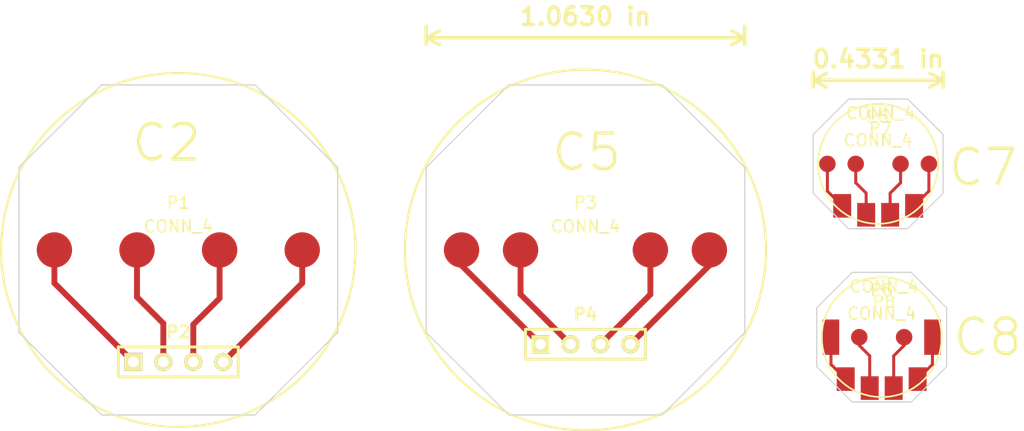
<source format=kicad_pcb>
(kicad_pcb (version 3) (host pcbnew "(2013-mar-13)-testing")

  (general
    (links 16)
    (no_connects 0)
    (area 134.891668 77 221.678572 111.39706)
    (thickness 1.6)
    (drawings 46)
    (tracks 38)
    (zones 0)
    (modules 8)
    (nets 17)
  )

  (page A4)
  (layers
    (15 F.Cu signal)
    (0 B.Cu signal hide)
    (16 B.Adhes user)
    (17 F.Adhes user)
    (18 B.Paste user)
    (19 F.Paste user)
    (20 B.SilkS user)
    (21 F.SilkS user)
    (22 B.Mask user)
    (23 F.Mask user)
    (24 Dwgs.User user)
    (25 Cmts.User user)
    (26 Eco1.User user)
    (27 Eco2.User user)
    (28 Edge.Cuts user)
  )

  (setup
    (last_trace_width 0.254)
    (trace_clearance 0.3)
    (zone_clearance 0.508)
    (zone_45_only no)
    (trace_min 0.254)
    (segment_width 0.2)
    (edge_width 0.1)
    (via_size 0.889)
    (via_drill 0.635)
    (via_min_size 0.889)
    (via_min_drill 0.508)
    (uvia_size 0.508)
    (uvia_drill 0.127)
    (uvias_allowed no)
    (uvia_min_size 0.508)
    (uvia_min_drill 0.127)
    (pcb_text_width 0.3)
    (pcb_text_size 1.5 1.5)
    (mod_edge_width 0.15)
    (mod_text_size 1 1)
    (mod_text_width 0.15)
    (pad_size 1.4 3)
    (pad_drill 0)
    (pad_to_mask_clearance 0)
    (aux_axis_origin 0 0)
    (visible_elements FFFFF77F)
    (pcbplotparams
      (layerselection 276856832)
      (usegerberextensions true)
      (excludeedgelayer true)
      (linewidth 0.150000)
      (plotframeref false)
      (viasonmask false)
      (mode 1)
      (useauxorigin false)
      (hpglpennumber 1)
      (hpglpenspeed 20)
      (hpglpendiameter 15)
      (hpglpenoverlay 2)
      (psnegative false)
      (psa4output false)
      (plotreference true)
      (plotvalue true)
      (plotothertext true)
      (plotinvisibletext false)
      (padsonsilk false)
      (subtractmaskfromsilk false)
      (outputformat 1)
      (mirror false)
      (drillshape 0)
      (scaleselection 1)
      (outputdirectory ELECTRODES/))
  )

  (net 0 "")
  (net 1 N-000001)
  (net 2 N-0000010)
  (net 3 N-0000011)
  (net 4 N-0000012)
  (net 5 N-0000013)
  (net 6 N-0000014)
  (net 7 N-0000015)
  (net 8 N-0000016)
  (net 9 N-000002)
  (net 10 N-000003)
  (net 11 N-000004)
  (net 12 N-000005)
  (net 13 N-000006)
  (net 14 N-000007)
  (net 15 N-000008)
  (net 16 N-000009)

  (net_class Default "This is the default net class."
    (clearance 0.3)
    (trace_width 0.254)
    (via_dia 0.889)
    (via_drill 0.635)
    (uvia_dia 0.508)
    (uvia_drill 0.127)
    (add_net "")
    (add_net N-000001)
    (add_net N-0000010)
    (add_net N-0000011)
    (add_net N-0000012)
    (add_net N-0000013)
    (add_net N-0000014)
    (add_net N-0000015)
    (add_net N-0000016)
    (add_net N-000002)
    (add_net N-000003)
    (add_net N-000004)
    (add_net N-000005)
    (add_net N-000006)
    (add_net N-000007)
    (add_net N-000008)
    (add_net N-000009)
  )

  (module electrode_C2 (layer F.Cu) (tedit 52837375) (tstamp 5280AAC6)
    (at 150 96)
    (path /5280A40B)
    (fp_text reference P1 (at 0 -4) (layer F.SilkS)
      (effects (font (size 1 1) (thickness 0.15)))
    )
    (fp_text value CONN_4 (at 0 -2) (layer F.SilkS)
      (effects (font (size 1 1) (thickness 0.15)))
    )
    (pad 1 smd circle (at -10.5 0) (size 3 3)
      (layers F.Cu F.Paste F.Mask)
      (net 16 N-000009)
      (solder_mask_margin 0.1)
    )
    (pad 2 smd circle (at -3.5 0) (size 3 3)
      (layers F.Cu F.Paste F.Mask)
      (net 2 N-0000010)
      (solder_mask_margin 0.1)
    )
    (pad 3 smd circle (at 3.5 0) (size 3 3)
      (layers F.Cu F.Paste F.Mask)
      (net 3 N-0000011)
      (solder_mask_margin 0.1)
    )
    (pad 4 smd circle (at 10.5 0) (size 3 3)
      (layers F.Cu F.Paste F.Mask)
      (net 4 N-0000012)
      (solder_mask_margin 0.1)
    )
  )

  (module PIN_ARRAY_4x1 (layer F.Cu) (tedit 5280E4F4) (tstamp 5280AAD2)
    (at 150 105.5)
    (descr "Double rangee de contacts 2 x 5 pins")
    (tags CONN)
    (path /5280A3E5)
    (fp_text reference P2 (at 0 -2.54) (layer F.SilkS)
      (effects (font (size 1.016 1.016) (thickness 0.2032)))
    )
    (fp_text value CONN_4 (at 0 2.54) (layer F.SilkS) hide
      (effects (font (size 1.016 1.016) (thickness 0.2032)))
    )
    (fp_line (start 5.08 1.27) (end -5.08 1.27) (layer F.SilkS) (width 0.254))
    (fp_line (start 5.08 -1.27) (end -5.08 -1.27) (layer F.SilkS) (width 0.254))
    (fp_line (start -5.08 -1.27) (end -5.08 1.27) (layer F.SilkS) (width 0.254))
    (fp_line (start 5.08 1.27) (end 5.08 -1.27) (layer F.SilkS) (width 0.254))
    (pad 1 thru_hole rect (at -3.81 0) (size 1.524 1.524) (drill 0.9)
      (layers *.Cu *.Mask F.SilkS)
      (net 16 N-000009)
    )
    (pad 2 thru_hole circle (at -1.27 0) (size 1.524 1.524) (drill 0.9)
      (layers *.Cu *.Mask F.SilkS)
      (net 2 N-0000010)
    )
    (pad 3 thru_hole circle (at 1.27 0) (size 1.524 1.524) (drill 0.9)
      (layers *.Cu *.Mask F.SilkS)
      (net 3 N-0000011)
    )
    (pad 4 thru_hole circle (at 3.81 0) (size 1.524 1.524) (drill 0.9)
      (layers *.Cu *.Mask F.SilkS)
      (net 4 N-0000012)
    )
    (model pin_array\pins_array_4x1.wrl
      (at (xyz 0 0 0))
      (scale (xyz 1 1 1))
      (rotate (xyz 0 0 0))
    )
  )

  (module electrode_C5 (layer F.Cu) (tedit 52837398) (tstamp 5280E2CB)
    (at 184.5 96)
    (path /5280DCA6)
    (fp_text reference P3 (at 0 -4) (layer F.SilkS)
      (effects (font (size 1 1) (thickness 0.15)))
    )
    (fp_text value CONN_4 (at 0 -2) (layer F.SilkS)
      (effects (font (size 1 1) (thickness 0.15)))
    )
    (pad 1 smd circle (at -10.5 0) (size 3 3)
      (layers F.Cu F.Paste F.Mask)
      (net 1 N-000001)
      (solder_mask_margin 0.1)
    )
    (pad 2 smd circle (at -5.5 0) (size 3 3)
      (layers F.Cu F.Paste F.Mask)
      (net 9 N-000002)
      (solder_mask_margin 0.1)
    )
    (pad 3 smd circle (at 5.5 0) (size 3 3)
      (layers F.Cu F.Paste F.Mask)
      (net 10 N-000003)
      (solder_mask_margin 0.1)
    )
    (pad 4 smd circle (at 10.5 0) (size 3 3)
      (layers F.Cu F.Paste F.Mask)
      (net 11 N-000004)
      (solder_mask_margin 0.1)
    )
  )

  (module PIN_ARRAY_4x1 (layer F.Cu) (tedit 5280E51D) (tstamp 5280E2D7)
    (at 184.5 104)
    (descr "Double rangee de contacts 2 x 5 pins")
    (tags CONN)
    (path /5280DC9F)
    (fp_text reference P4 (at 0 -2.54) (layer F.SilkS)
      (effects (font (size 1.016 1.016) (thickness 0.2032)))
    )
    (fp_text value CONN_4 (at 0 2.54) (layer F.SilkS) hide
      (effects (font (size 1.016 1.016) (thickness 0.2032)))
    )
    (fp_line (start 5.08 1.27) (end -5.08 1.27) (layer F.SilkS) (width 0.254))
    (fp_line (start 5.08 -1.27) (end -5.08 -1.27) (layer F.SilkS) (width 0.254))
    (fp_line (start -5.08 -1.27) (end -5.08 1.27) (layer F.SilkS) (width 0.254))
    (fp_line (start 5.08 1.27) (end 5.08 -1.27) (layer F.SilkS) (width 0.254))
    (pad 1 thru_hole rect (at -3.81 0) (size 1.524 1.524) (drill 0.9)
      (layers *.Cu *.Mask F.SilkS)
      (net 1 N-000001)
    )
    (pad 2 thru_hole circle (at -1.27 0) (size 1.524 1.524) (drill 0.9)
      (layers *.Cu *.Mask F.SilkS)
      (net 9 N-000002)
    )
    (pad 3 thru_hole circle (at 1.27 0) (size 1.524 1.524) (drill 0.9)
      (layers *.Cu *.Mask F.SilkS)
      (net 10 N-000003)
    )
    (pad 4 thru_hole circle (at 3.81 0) (size 1.524 1.524) (drill 0.9)
      (layers *.Cu *.Mask F.SilkS)
      (net 11 N-000004)
    )
    (model pin_array\pins_array_4x1.wrl
      (at (xyz 0 0 0))
      (scale (xyz 1 1 1))
      (rotate (xyz 0 0 0))
    )
  )

  (module electrode_C7 (layer F.Cu) (tedit 528373B3) (tstamp 5280E2DF)
    (at 209.3 88.7)
    (path /5280DC3B)
    (fp_text reference P5 (at 0 -4) (layer F.SilkS)
      (effects (font (size 1 1) (thickness 0.15)))
    )
    (fp_text value CONN_4 (at 0 -2) (layer F.SilkS)
      (effects (font (size 1 1) (thickness 0.15)))
    )
    (pad 1 smd circle (at -4.3 0) (size 1.4 1.4)
      (layers F.Cu F.Paste F.Mask)
      (net 5 N-0000013)
      (solder_mask_margin 0.1)
    )
    (pad 2 smd circle (at -1.9 0) (size 1.4 1.4)
      (layers F.Cu F.Paste F.Mask)
      (net 6 N-0000014)
      (solder_mask_margin 0.1)
    )
    (pad 3 smd circle (at 1.9 0) (size 1.4 1.4)
      (layers F.Cu F.Paste F.Mask)
      (net 7 N-0000015)
      (solder_mask_margin 0.1)
    )
    (pad 4 smd circle (at 4.3 0) (size 1.4 1.4)
      (layers F.Cu F.Paste F.Mask)
      (net 8 N-0000016)
      (solder_mask_margin 0.1)
    )
  )

  (module electrode_C8 (layer F.Cu) (tedit 528373D2) (tstamp 5280E54B)
    (at 209.6 103.4)
    (path /5280DCB8)
    (fp_text reference P6 (at 0 -4) (layer F.SilkS)
      (effects (font (size 1 1) (thickness 0.15)))
    )
    (fp_text value CONN_4 (at 0 -2) (layer F.SilkS)
      (effects (font (size 1 1) (thickness 0.15)))
    )
    (pad 1 smd rect (at -4.3 0) (size 1.4 3)
      (layers F.Cu F.Paste F.Mask)
      (net 12 N-000005)
      (solder_mask_margin 0.1)
    )
    (pad 2 smd circle (at -1.9 0) (size 1.4 1.4)
      (layers F.Cu F.Paste F.Mask)
      (net 13 N-000006)
      (solder_mask_margin 0.1)
    )
    (pad 3 smd circle (at 1.9 0) (size 1.4 1.4)
      (layers F.Cu F.Paste F.Mask)
      (net 14 N-000007)
      (solder_mask_margin 0.1)
    )
    (pad 4 smd rect (at 4.3 0) (size 1.4 3)
      (layers F.Cu F.Paste F.Mask)
      (net 15 N-000008)
      (solder_mask_margin 0.1)
    )
  )

  (module electrode_SMD_CONN_4 (layer F.Cu) (tedit 5280EE5C) (tstamp 5280EF57)
    (at 209.3 88.7)
    (path /5280DC34)
    (fp_text reference P7 (at 0.2 -3) (layer F.SilkS)
      (effects (font (size 1 1) (thickness 0.15)))
    )
    (fp_text value CONN_4 (at 0.2 -4.3) (layer F.SilkS)
      (effects (font (size 1 1) (thickness 0.15)))
    )
    (fp_circle (center 0 0) (end 5.08 0) (layer F.SilkS) (width 0.15))
    (pad 1 smd rect (at -3.048 3.556) (size 1.524 2)
      (layers F.Cu F.Paste F.Mask)
      (net 5 N-0000013)
    )
    (pad 2 smd rect (at -1.016 4.318) (size 1.524 2)
      (layers F.Cu F.Paste F.Mask)
      (net 6 N-0000014)
    )
    (pad 3 smd rect (at 1.016 4.318) (size 1.524 2)
      (layers F.Cu F.Paste F.Mask)
      (net 7 N-0000015)
    )
    (pad 4 smd rect (at 3.048 3.556) (size 1.524 2)
      (layers F.Cu F.Paste F.Mask)
      (net 8 N-0000016)
    )
  )

  (module electrode_SMD_CONN_4 (layer F.Cu) (tedit 5280EE5C) (tstamp 5280EF60)
    (at 209.6 103.4)
    (path /5280DCB1)
    (fp_text reference P8 (at 0.2 -3) (layer F.SilkS)
      (effects (font (size 1 1) (thickness 0.15)))
    )
    (fp_text value CONN_4 (at 0.2 -4.3) (layer F.SilkS)
      (effects (font (size 1 1) (thickness 0.15)))
    )
    (fp_circle (center 0 0) (end 5.08 0) (layer F.SilkS) (width 0.15))
    (pad 1 smd rect (at -3.048 3.556) (size 1.524 2)
      (layers F.Cu F.Paste F.Mask)
      (net 12 N-000005)
    )
    (pad 2 smd rect (at -1.016 4.318) (size 1.524 2)
      (layers F.Cu F.Paste F.Mask)
      (net 13 N-000006)
    )
    (pad 3 smd rect (at 1.016 4.318) (size 1.524 2)
      (layers F.Cu F.Paste F.Mask)
      (net 14 N-000007)
    )
    (pad 4 smd rect (at 3.048 3.556) (size 1.524 2)
      (layers F.Cu F.Paste F.Mask)
      (net 15 N-000008)
    )
  )

  (gr_text C8 (at 218.6 103.4) (layer F.SilkS)
    (effects (font (size 3 3) (thickness 0.3)))
  )
  (gr_text C7 (at 218.2 89) (layer F.SilkS)
    (effects (font (size 3 3) (thickness 0.3)))
  )
  (gr_text C5 (at 184.6 87.7) (layer F.SilkS)
    (effects (font (size 3 3) (thickness 0.3)))
  )
  (gr_text C2 (at 149 86.9) (layer F.SilkS)
    (effects (font (size 3 3) (thickness 0.3)))
  )
  (dimension 11 (width 0.3) (layer F.SilkS)
    (gr_text "11.000 mm" (at 209.5 79.4) (layer F.SilkS)
      (effects (font (size 1.5 1.5) (thickness 0.3)))
    )
    (feature1 (pts (xy 214.8 80.9) (xy 214.8 84.3)))
    (feature2 (pts (xy 203.8 80.9) (xy 203.8 84.3)))
    (crossbar (pts (xy 203.8 81.6) (xy 214.8 81.6)))
    (arrow1a (pts (xy 214.8 81.6) (xy 213.673496 82.186421)))
    (arrow1b (pts (xy 214.8 81.6) (xy 213.673496 81.013579)))
    (arrow2a (pts (xy 203.8 81.6) (xy 204.926504 82.186421)))
    (arrow2b (pts (xy 203.8 81.6) (xy 204.926504 81.013579)))
  )
  (dimension 27 (width 0.3) (layer F.SilkS)
    (gr_text "27.000 mm" (at 184.5 79.35) (layer F.SilkS)
      (effects (font (size 1.5 1.5) (thickness 0.3)))
    )
    (feature1 (pts (xy 198 77) (xy 198 80.7)))
    (feature2 (pts (xy 171 77) (xy 171 80.7)))
    (crossbar (pts (xy 171 78) (xy 198 78)))
    (arrow1a (pts (xy 198 78) (xy 196.873496 78.586421)))
    (arrow1b (pts (xy 198 78) (xy 196.873496 77.413579)))
    (arrow2a (pts (xy 171 78) (xy 172.126504 78.586421)))
    (arrow2b (pts (xy 171 78) (xy 172.126504 77.413579)))
  )
  (gr_line (start 143.5 82) (end 144 82) (angle 90) (layer Edge.Cuts) (width 0.1))
  (gr_line (start 136.5 89) (end 143.5 82) (angle 90) (layer Edge.Cuts) (width 0.1))
  (gr_line (start 136.5 103) (end 136.5 89) (angle 90) (layer Edge.Cuts) (width 0.1))
  (gr_line (start 143.5 110) (end 136.5 103) (angle 90) (layer Edge.Cuts) (width 0.1))
  (gr_line (start 144 110) (end 143.5 110) (angle 90) (layer Edge.Cuts) (width 0.1))
  (gr_line (start 156.5 110) (end 144 110) (angle 90) (layer Edge.Cuts) (width 0.1))
  (gr_line (start 163.5 103) (end 156.5 110) (angle 90) (layer Edge.Cuts) (width 0.1))
  (gr_line (start 163.5 89) (end 163.5 103) (angle 90) (layer Edge.Cuts) (width 0.1))
  (gr_line (start 156.5 82) (end 163.5 89) (angle 90) (layer Edge.Cuts) (width 0.1))
  (gr_line (start 143.5 82) (end 156.5 82) (angle 90) (layer Edge.Cuts) (width 0.1))
  (gr_circle (center 150 96) (end 149.5 111) (layer F.SilkS) (width 0.2))
  (gr_line (start 178 82) (end 171 89) (angle 90) (layer Edge.Cuts) (width 0.1))
  (gr_line (start 191 82) (end 178 82) (angle 90) (layer Edge.Cuts) (width 0.1))
  (gr_line (start 198 89) (end 191 82) (angle 90) (layer Edge.Cuts) (width 0.1))
  (gr_line (start 198 103) (end 198 89) (angle 90) (layer Edge.Cuts) (width 0.1))
  (gr_line (start 191 110) (end 198 103) (angle 90) (layer Edge.Cuts) (width 0.1))
  (gr_line (start 178 110) (end 191 110) (angle 90) (layer Edge.Cuts) (width 0.1))
  (gr_line (start 171 103) (end 178 110) (angle 90) (layer Edge.Cuts) (width 0.1))
  (gr_line (start 171 89) (end 171 103) (angle 90) (layer Edge.Cuts) (width 0.1))
  (gr_circle (center 184.5 96) (end 181.5 81) (layer F.SilkS) (width 0.2))
  (gr_line (start 204.1 105.9) (end 204.1 103.4) (angle 90) (layer Edge.Cuts) (width 0.1))
  (gr_line (start 207.1 108.9) (end 204.1 105.9) (angle 90) (layer Edge.Cuts) (width 0.1))
  (gr_line (start 212.1 108.9) (end 207.1 108.9) (angle 90) (layer Edge.Cuts) (width 0.1))
  (gr_line (start 215.1 105.9) (end 212.1 108.9) (angle 90) (layer Edge.Cuts) (width 0.1))
  (gr_line (start 215.1 103.4) (end 215.1 105.9) (angle 90) (layer Edge.Cuts) (width 0.1))
  (gr_line (start 215.1 100.9) (end 215.1 103.4) (angle 90) (layer Edge.Cuts) (width 0.1))
  (gr_line (start 212.1 97.9) (end 215.1 100.9) (angle 90) (layer Edge.Cuts) (width 0.1))
  (gr_line (start 207.1 97.9) (end 212.1 97.9) (angle 90) (layer Edge.Cuts) (width 0.1))
  (gr_line (start 204.1 100.9) (end 207.1 97.9) (angle 90) (layer Edge.Cuts) (width 0.1))
  (gr_line (start 204.1 103.4) (end 204.1 100.9) (angle 90) (layer Edge.Cuts) (width 0.1))
  (gr_line (start 203.8 91.2) (end 203.8 88.7) (angle 90) (layer Edge.Cuts) (width 0.1))
  (gr_line (start 206.8 94.2) (end 203.8 91.2) (angle 90) (layer Edge.Cuts) (width 0.1))
  (gr_line (start 211.8 94.2) (end 206.8 94.2) (angle 90) (layer Edge.Cuts) (width 0.1))
  (gr_line (start 214.8 91.2) (end 211.8 94.2) (angle 90) (layer Edge.Cuts) (width 0.1))
  (gr_line (start 214.8 88.7) (end 214.8 91.2) (angle 90) (layer Edge.Cuts) (width 0.1))
  (gr_line (start 214.8 86.2) (end 214.8 88.7) (angle 90) (layer Edge.Cuts) (width 0.1))
  (gr_line (start 211.8 83.2) (end 214.8 86.2) (angle 90) (layer Edge.Cuts) (width 0.1))
  (gr_line (start 206.8 83.2) (end 211.8 83.2) (angle 90) (layer Edge.Cuts) (width 0.1))
  (gr_line (start 203.8 86.2) (end 206.8 83.2) (angle 90) (layer Edge.Cuts) (width 0.1))
  (gr_line (start 203.8 88.7) (end 203.8 86.2) (angle 90) (layer Edge.Cuts) (width 0.1))

  (segment (start 174 96) (end 174 97.31) (width 0.5) (layer F.Cu) (net 1))
  (segment (start 174 97.31) (end 180.69 104) (width 0.5) (layer F.Cu) (net 1) (tstamp 5280F675))
  (segment (start 146.5 96) (end 146.5 100) (width 0.5) (layer F.Cu) (net 2))
  (segment (start 148.73 102.23) (end 148.73 105.5) (width 0.5) (layer F.Cu) (net 2) (tstamp 5280F65A))
  (segment (start 146.5 100) (end 148.73 102.23) (width 0.5) (layer F.Cu) (net 2) (tstamp 5280F654))
  (segment (start 153.5 96) (end 153.5 100.1) (width 0.5) (layer F.Cu) (net 3))
  (segment (start 151.27 102.33) (end 151.27 105.5) (width 0.5) (layer F.Cu) (net 3) (tstamp 5280F665))
  (segment (start 153.5 100.1) (end 151.27 102.33) (width 0.5) (layer F.Cu) (net 3) (tstamp 5280F65E))
  (segment (start 160.5 96) (end 160.5 98.81) (width 0.5) (layer F.Cu) (net 4))
  (segment (start 160.5 98.81) (end 153.81 105.5) (width 0.5) (layer F.Cu) (net 4) (tstamp 5280F618))
  (segment (start 205 88.7) (end 205 91.004) (width 0.254) (layer F.Cu) (net 5))
  (segment (start 205 91.004) (end 206.252 92.256) (width 0.254) (layer F.Cu) (net 5) (tstamp 5280F6F7))
  (segment (start 207.4 88.7) (end 207.4 90.3) (width 0.254) (layer F.Cu) (net 6))
  (segment (start 208.284 91.184) (end 208.284 93.018) (width 0.254) (layer F.Cu) (net 6) (tstamp 5280F714))
  (segment (start 207.4 90.3) (end 208.284 91.184) (width 0.254) (layer F.Cu) (net 6) (tstamp 5280F70F))
  (segment (start 211.2 88.7) (end 211.2 90.3) (width 0.254) (layer F.Cu) (net 7))
  (segment (start 210.316 91.184) (end 210.316 93.018) (width 0.254) (layer F.Cu) (net 7) (tstamp 5280F70B))
  (segment (start 211.2 90.3) (end 210.316 91.184) (width 0.254) (layer F.Cu) (net 7) (tstamp 5280F702))
  (segment (start 213.6 88.7) (end 213.6 91.004) (width 0.254) (layer F.Cu) (net 8))
  (segment (start 213.6 91.004) (end 212.348 92.256) (width 0.254) (layer F.Cu) (net 8) (tstamp 5280F6FE))
  (segment (start 179 96) (end 179 99.77) (width 0.5) (layer F.Cu) (net 9))
  (segment (start 179 99.77) (end 183.23 104) (width 0.5) (layer F.Cu) (net 9) (tstamp 5280F690))
  (segment (start 190 96) (end 190 99.77) (width 0.5) (layer F.Cu) (net 10))
  (segment (start 190 99.77) (end 185.77 104) (width 0.5) (layer F.Cu) (net 10) (tstamp 5280F681))
  (segment (start 195 96) (end 195 97.31) (width 0.5) (layer F.Cu) (net 11))
  (segment (start 195 97.31) (end 188.31 104) (width 0.5) (layer F.Cu) (net 11) (tstamp 5280F67E))
  (segment (start 205.3 103.4) (end 205.3 105.704) (width 0.254) (layer F.Cu) (net 12))
  (segment (start 205.3 105.704) (end 206.552 106.956) (width 0.254) (layer F.Cu) (net 12) (tstamp 5280F7F0))
  (segment (start 207.7 103.4) (end 207.7 104.1) (width 0.254) (layer F.Cu) (net 13))
  (segment (start 208.584 104.984) (end 208.584 107.718) (width 0.254) (layer F.Cu) (net 13) (tstamp 5280F803))
  (segment (start 207.7 104.1) (end 208.584 104.984) (width 0.254) (layer F.Cu) (net 13) (tstamp 5280F7FF))
  (segment (start 211.5 103.4) (end 211.5 104.1) (width 0.254) (layer F.Cu) (net 14))
  (segment (start 210.616 104.984) (end 210.616 107.718) (width 0.254) (layer F.Cu) (net 14) (tstamp 5280F7FC))
  (segment (start 211.5 104.1) (end 210.616 104.984) (width 0.254) (layer F.Cu) (net 14) (tstamp 5280F7FA))
  (segment (start 213.9 103.4) (end 213.9 105.704) (width 0.254) (layer F.Cu) (net 15))
  (segment (start 213.9 105.704) (end 212.648 106.956) (width 0.254) (layer F.Cu) (net 15) (tstamp 5280F7F6))
  (segment (start 139.5 96) (end 139.5 98.81) (width 0.5) (layer F.Cu) (net 16))
  (segment (start 139.5 98.81) (end 146.19 105.5) (width 0.5) (layer F.Cu) (net 16) (tstamp 5280F602))

)

</source>
